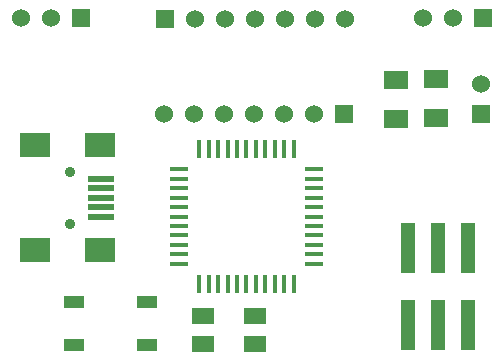
<source format=gts>
G04 (created by PCBNEW (2013-may-18)-stable) date Mon Sep 19 14:24:48 2016*
%MOIN*%
G04 Gerber Fmt 3.4, Leading zero omitted, Abs format*
%FSLAX34Y34*%
G01*
G70*
G90*
G04 APERTURE LIST*
%ADD10C,0.00590551*%
%ADD11R,0.08X0.06*%
%ADD12R,0.0748031X0.0551181*%
%ADD13R,0.0906X0.0197*%
%ADD14R,0.0984X0.0787*%
%ADD15C,0.0354*%
%ADD16R,0.016X0.06*%
%ADD17R,0.06X0.016*%
%ADD18R,0.0708661X0.0433071*%
%ADD19R,0.06X0.06*%
%ADD20C,0.06*%
%ADD21R,0.05X0.166929*%
G04 APERTURE END LIST*
G54D10*
G54D11*
X22834Y-18622D03*
X22834Y-17322D03*
X21496Y-17342D03*
X21496Y-18642D03*
G54D12*
X15059Y-26161D03*
X16791Y-26161D03*
X16791Y-25216D03*
X15059Y-25216D03*
G54D13*
X11672Y-20649D03*
X11672Y-20964D03*
X11672Y-21279D03*
X11672Y-21594D03*
X11672Y-21909D03*
G54D14*
X11633Y-19527D03*
X9468Y-19527D03*
X11633Y-23031D03*
X9468Y-23031D03*
G54D15*
X10649Y-20413D03*
X10649Y-22145D03*
G54D16*
X16515Y-19659D03*
X16200Y-19659D03*
X15885Y-19659D03*
X15570Y-19659D03*
X15255Y-19659D03*
X14940Y-19659D03*
X16830Y-19659D03*
X17145Y-19659D03*
X17460Y-19659D03*
X17775Y-19659D03*
X18090Y-19659D03*
X16515Y-24159D03*
X16200Y-24159D03*
X15885Y-24159D03*
X15570Y-24159D03*
X15255Y-24159D03*
X14940Y-24159D03*
X16830Y-24159D03*
X17145Y-24159D03*
X17460Y-24159D03*
X17775Y-24159D03*
X18090Y-24159D03*
G54D17*
X14265Y-21909D03*
X18765Y-21909D03*
X14265Y-22224D03*
X18765Y-22224D03*
X18765Y-22539D03*
X14265Y-22539D03*
X14265Y-22854D03*
X18765Y-22854D03*
X18765Y-23169D03*
X14265Y-23169D03*
X14265Y-23484D03*
X18765Y-23484D03*
X18765Y-21594D03*
X14265Y-21594D03*
X14265Y-21279D03*
X18765Y-21279D03*
X18765Y-20964D03*
X14265Y-20964D03*
X14265Y-20649D03*
X18765Y-20649D03*
X18765Y-20334D03*
X14265Y-20334D03*
G54D18*
X10768Y-24752D03*
X13208Y-24752D03*
X10768Y-26192D03*
X13208Y-26192D03*
G54D19*
X11000Y-15275D03*
G54D20*
X10000Y-15275D03*
X9000Y-15275D03*
G54D19*
X24385Y-15275D03*
G54D20*
X23385Y-15275D03*
X22385Y-15275D03*
G54D19*
X24350Y-18492D03*
G54D20*
X24350Y-17492D03*
G54D19*
X13799Y-15314D03*
G54D20*
X14799Y-15314D03*
X15799Y-15314D03*
X16799Y-15314D03*
X17799Y-15314D03*
X18799Y-15314D03*
X19799Y-15314D03*
G54D19*
X19763Y-18484D03*
G54D20*
X18763Y-18484D03*
X17763Y-18484D03*
X16763Y-18484D03*
X15763Y-18484D03*
X14763Y-18484D03*
X13763Y-18484D03*
G54D21*
X23893Y-22971D03*
X23893Y-25531D03*
X22893Y-22971D03*
X22893Y-25531D03*
X21893Y-22971D03*
X21893Y-25531D03*
M02*

</source>
